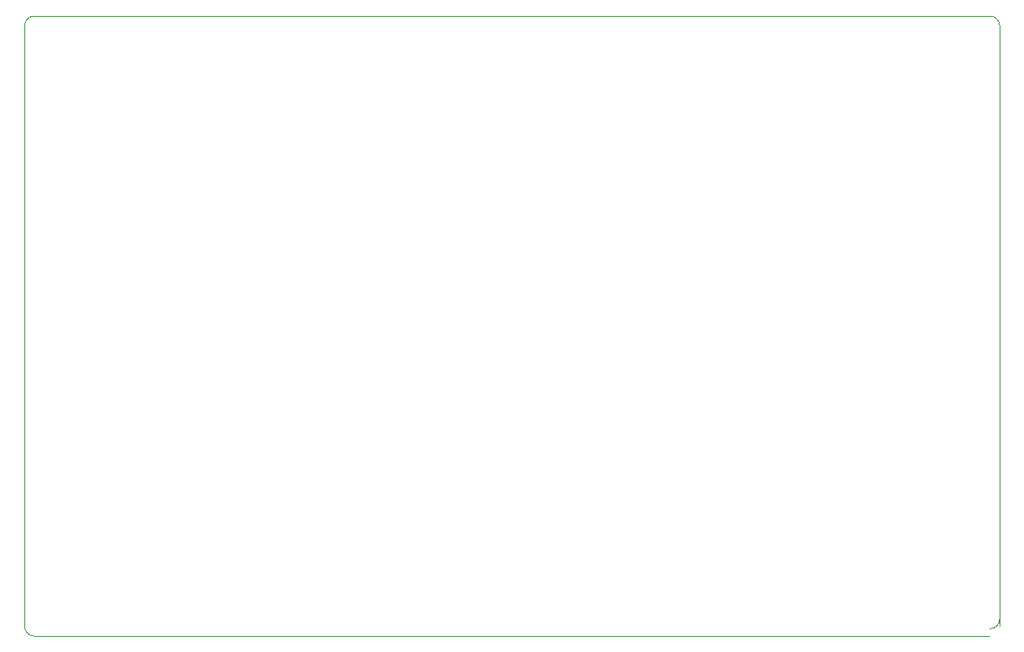
<source format=gbr>
G04 #@! TF.GenerationSoftware,KiCad,Pcbnew,5.1.2*
G04 #@! TF.CreationDate,2019-05-26T21:54:26-05:00*
G04 #@! TF.ProjectId,HackenTop-BreakoutTest,4861636b-656e-4546-9f70-2d427265616b,rev?*
G04 #@! TF.SameCoordinates,Original*
G04 #@! TF.FileFunction,Profile,NP*
%FSLAX46Y46*%
G04 Gerber Fmt 4.6, Leading zero omitted, Abs format (unit mm)*
G04 Created by KiCad (PCBNEW 5.1.2) date 2019-05-26 21:54:26*
%MOMM*%
%LPD*%
G04 APERTURE LIST*
%ADD10C,0.050000*%
G04 APERTURE END LIST*
D10*
X115000000Y-102400000D02*
G75*
G02X114000000Y-101400000I0J1000000D01*
G01*
X114000000Y-40900000D02*
G75*
G02X115000000Y-39900000I1000000J0D01*
G01*
X211200000Y-39900000D02*
G75*
G02X212200000Y-40900000I0J-1000000D01*
G01*
X212200000Y-100650000D02*
G75*
G02X211200000Y-101650000I-1000000J0D01*
G01*
X211200000Y-39900000D02*
X208500000Y-39900000D01*
X212200000Y-101400000D02*
X212200000Y-40900000D01*
X115000000Y-102400000D02*
X211200000Y-102400000D01*
X114000000Y-40900000D02*
X114000000Y-101400000D01*
X208500000Y-39900000D02*
X115000000Y-39900000D01*
M02*

</source>
